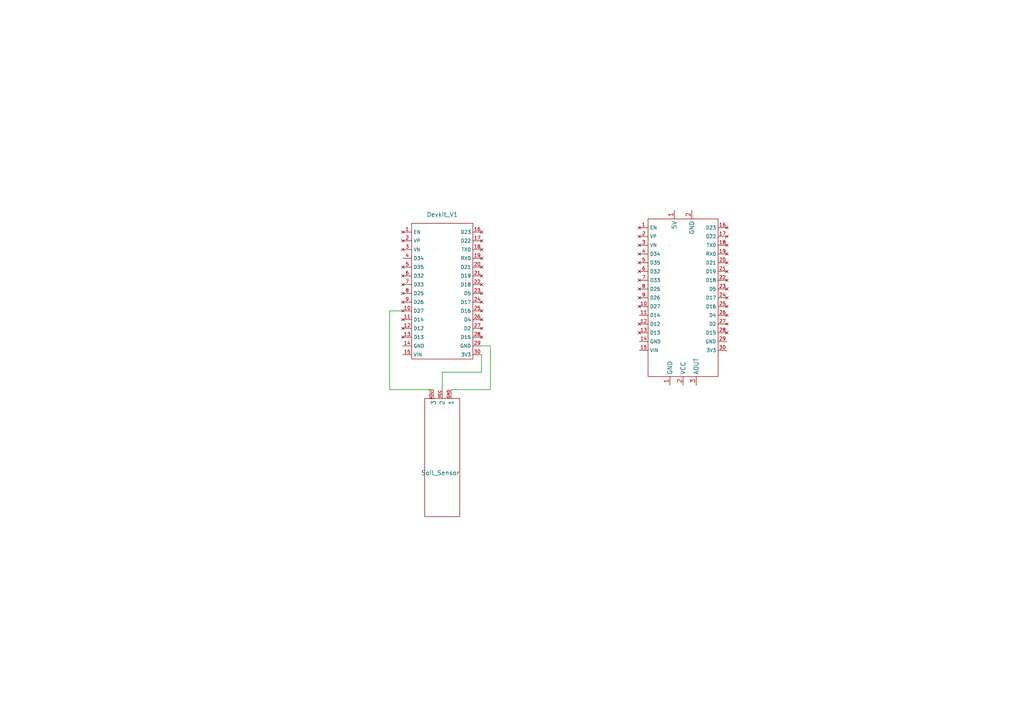
<source format=kicad_sch>
(kicad_sch (version 20211123) (generator eeschema)
  (paper "A4")
  (lib_symbols
    (symbol "ESP32 DevKit V1:Devkit_V1"
      (property "Reference" "U" (at 0 7.62 0))
      (property "Value" "Devkit_V1" (at 0 -19.05 0))
      (symbol "Devkit_V1_0_1"
        (rectangle (start -8.89 24.13) (end 8.89 -15.24))
        (rectangle (start -2.54 16.51) (end -2.54 16.51))
      )
      (symbol "Devkit_V1_1_1"
        (pin no_connect line (at -11.43 21.59 0) (length 2.54) (name "EN") (number "1"))
        (pin no_connect line (at -11.43 -1.27 0) (length 2.54) (name "D27") (number "10"))
        (pin no_connect line (at -11.43 -3.81 0) (length 2.54) (name "D14") (number "11"))
        (pin no_connect line (at -11.43 -6.35 0) (length 2.54) (name "D12") (number "12"))
        (pin no_connect line (at -11.43 -8.89 0) (length 2.54) (name "D13") (number "13"))
        (pin output line (at -11.43 -11.43 0) (length 2.54) (name "GND") (number "14"))
        (pin input line (at -11.43 -13.97 0) (length 2.54) (name "VIN") (number "15"))
        (pin no_connect line (at 11.43 21.59 180) (length 2.54) (name "D23") (number "16"))
        (pin no_connect line (at 11.43 19.05 180) (length 2.54) (name "D22") (number "17"))
        (pin no_connect line (at 11.43 16.51 180) (length 2.54) (name "TX0") (number "18"))
        (pin no_connect line (at 11.43 13.97 180) (length 2.54) (name "RX0") (number "19"))
        (pin no_connect line (at -11.43 19.05 0) (length 2.54) (name "VP") (number "2"))
        (pin no_connect line (at 11.43 11.43 180) (length 2.54) (name "D21") (number "20"))
        (pin no_connect line (at 11.43 8.89 180) (length 2.54) (name "D19") (number "21"))
        (pin no_connect line (at 11.43 6.35 180) (length 2.54) (name "D18") (number "22"))
        (pin no_connect line (at 11.43 3.81 180) (length 2.54) (name "D5") (number "23"))
        (pin no_connect line (at 11.43 1.27 180) (length 2.54) (name "D17") (number "24"))
        (pin no_connect line (at 11.43 -1.27 180) (length 2.54) (name "D16") (number "25"))
        (pin no_connect line (at 11.43 -3.81 180) (length 2.54) (name "D4") (number "26"))
        (pin no_connect line (at 11.43 -6.35 180) (length 2.54) (name "D2") (number "27"))
        (pin no_connect line (at 11.43 -8.89 180) (length 2.54) (name "D15") (number "28"))
        (pin output line (at 11.43 -11.43 180) (length 2.54) (name "GND") (number "29"))
        (pin no_connect line (at -11.43 16.51 0) (length 2.54) (name "VN") (number "3"))
        (pin input line (at 11.43 -13.97 180) (length 2.54) (name "3V3") (number "30"))
        (pin input line (at -11.43 13.97 0) (length 2.54) (name "D34") (number "4"))
        (pin no_connect line (at -11.43 11.43 0) (length 2.54) (name "D35") (number "5"))
        (pin no_connect line (at -11.43 8.89 0) (length 2.54) (name "D32") (number "6"))
        (pin no_connect line (at -11.43 6.35 0) (length 2.54) (name "D33") (number "7"))
        (pin no_connect line (at -11.43 3.81 0) (length 2.54) (name "D25") (number "8"))
        (pin no_connect line (at -11.43 1.27 0) (length 2.54) (name "D26") (number "9"))
      )
    )
    (symbol "Soil moisture:Soil_moisture"
      (symbol "Soil_moisture_0_1"
        (rectangle (start -10.16 20.32) (end 10.16 -25.4))
        (rectangle (start -3.81 12.7) (end -3.81 12.7))
      )
      (symbol "Soil_moisture_1_1"
        (pin power_in line (at -2.54 22.86 270) (length 2.54) (name "5V") (number "1"))
        (pin no_connect line (at -12.7 17.78 0) (length 2.54) (name "EN") (number "1"))
        (pin output line (at -3.81 -27.94 90) (length 2.54) (name "GND") (number "1"))
        (pin no_connect line (at -12.7 -5.08 0) (length 2.54) (name "D27") (number "10"))
        (pin input line (at -12.7 -7.62 0) (length 2.54) (name "D14") (number "11"))
        (pin no_connect line (at -12.7 -10.16 0) (length 2.54) (name "D12") (number "12"))
        (pin no_connect line (at -12.7 -12.7 0) (length 2.54) (name "D13") (number "13"))
        (pin output line (at -12.7 -15.24 0) (length 2.54) (name "GND") (number "14"))
        (pin input line (at -12.7 -17.78 0) (length 2.54) (name "VIN") (number "15"))
        (pin no_connect line (at 12.7 17.78 180) (length 2.54) (name "D23") (number "16"))
        (pin no_connect line (at 12.7 15.24 180) (length 2.54) (name "D22") (number "17"))
        (pin no_connect line (at 12.7 12.7 180) (length 2.54) (name "TX0") (number "18"))
        (pin no_connect line (at 12.7 10.16 180) (length 2.54) (name "RX0") (number "19"))
        (pin power_in line (at 2.54 22.86 270) (length 2.54) (name "GND") (number "2"))
        (pin output line (at 0 -27.94 90) (length 2.54) (name "VCC") (number "2"))
        (pin no_connect line (at -12.7 15.24 0) (length 2.54) (name "VP") (number "2"))
        (pin no_connect line (at 12.7 7.62 180) (length 2.54) (name "D21") (number "20"))
        (pin no_connect line (at 12.7 5.08 180) (length 2.54) (name "D19") (number "21"))
        (pin no_connect line (at 12.7 2.54 180) (length 2.54) (name "D18") (number "22"))
        (pin no_connect line (at 12.7 0 180) (length 2.54) (name "D5") (number "23"))
        (pin no_connect line (at 12.7 -2.54 180) (length 2.54) (name "D17") (number "24"))
        (pin no_connect line (at 12.7 -5.08 180) (length 2.54) (name "D16") (number "25"))
        (pin no_connect line (at 12.7 -7.62 180) (length 2.54) (name "D4") (number "26"))
        (pin no_connect line (at 12.7 -10.16 180) (length 2.54) (name "D2") (number "27"))
        (pin no_connect line (at 12.7 -12.7 180) (length 2.54) (name "D15") (number "28"))
        (pin output line (at 12.7 -15.24 180) (length 2.54) (name "GND") (number "29"))
        (pin output line (at 3.81 -27.94 90) (length 2.54) (name "AOUT") (number "3"))
        (pin no_connect line (at -12.7 12.7 0) (length 2.54) (name "VN") (number "3"))
        (pin input line (at 12.7 -17.78 180) (length 2.54) (name "3V3") (number "30"))
        (pin no_connect line (at -12.7 10.16 0) (length 2.54) (name "D34") (number "4"))
        (pin no_connect line (at -12.7 7.62 0) (length 2.54) (name "D35") (number "5"))
        (pin no_connect line (at -12.7 5.08 0) (length 2.54) (name "D32") (number "6"))
        (pin no_connect line (at -12.7 2.54 0) (length 2.54) (name "D33") (number "7"))
        (pin no_connect line (at -12.7 0 0) (length 2.54) (name "D25") (number "8"))
        (pin no_connect line (at -12.7 -2.54 0) (length 2.54) (name "D26") (number "9"))
      )
    )
    (symbol "Soil sensor:Soil_Sensor"
      (property "Reference" "U" (at 0 0 0))
      (property "Value" "Soil_Sensor" (at 0 30.48 0))
      (symbol "Soil_Sensor_0_1"
        (rectangle (start -5.08 27.94) (end 5.08 -6.35))
      )
      (symbol "Soil_Sensor_1_1"
        (pin output line (at 2.54 -8.89 90) (length 2.54) (name "3") (number "AOUT"))
        (pin output line (at -2.54 -8.89 90) (length 2.54) (name "1") (number "GND"))
        (pin input line (at 0 -8.89 90) (length 2.54) (name "2") (number "VCC"))
      )
    )
  )
  (wire (pts (xy 142.24 100.33) (xy 139.7 100.33)))
  (wire (pts (xy 116.84 90.17) (xy 113.03 90.17)))
  (wire (pts (xy 142.24 113.03) (xy 142.24 100.33)))
  (wire (pts (xy 130.81 113.03) (xy 142.24 113.03)))
  (wire (pts (xy 125.73 113.03) (xy 113.03 113.03)))
  (wire (pts (xy 139.7 107.95) (xy 139.7 102.87)))
  (wire (pts (xy 113.03 90.17) (xy 113.03 113.03)))
  (wire (pts (xy 128.27 113.03) (xy 128.27 107.95)))
  (wire (pts (xy 128.27 107.95) (xy 139.7 107.95)))
  (symbol (lib_id "Soil sensor:Soil_Sensor") (at 128.27 121.92 180) (unit 1)
    (property "Reference" "U2" (effects hide))
    (property "Value" "Soil_Sensor" (at 133.35 137.16 0) (effects (justify left)))
  )
  (symbol (lib_id "Soil moisture:Soil_moisture") (at 198.12 83.82 0) (unit 1)
    (property "Reference" "U3" (effects hide))
    (property "Value" "Soil_moisture" (effects hide))
    (property "Footprint" "soil moisture:Soil" (effects hide))
  )
  (symbol (lib_id "ESP32 DevKit V1:Devkit_V1") (at 128.27 88.9 0) (unit 1)
    (property "Reference" "U1" (effects hide))
    (property "Value" "Devkit_V1" (at 128.27 62.23 0))
    (property "Footprint" "Esp32 Deckit v1:Esp32" (effects hide))
  )
)
</source>
